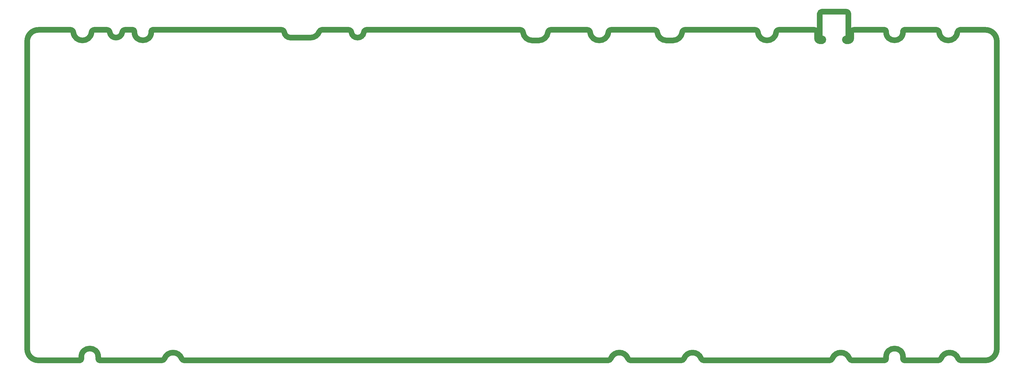
<source format=gbr>
%TF.GenerationSoftware,KiCad,Pcbnew,(5.1.12)-1*%
%TF.CreationDate,2022-11-23T00:37:26+07:00*%
%TF.ProjectId,Solder - Copy,536f6c64-6572-4202-9d20-436f70792e6b,rev?*%
%TF.SameCoordinates,Original*%
%TF.FileFunction,Profile,NP*%
%FSLAX46Y46*%
G04 Gerber Fmt 4.6, Leading zero omitted, Abs format (unit mm)*
G04 Created by KiCad (PCBNEW (5.1.12)-1) date 2022-11-23 00:37:26*
%MOMM*%
%LPD*%
G01*
G04 APERTURE LIST*
%TA.AperFunction,Profile*%
%ADD10C,2.000000*%
%TD*%
G04 APERTURE END LIST*
D10*
X319651818Y-27237122D02*
G75*
G02*
X319151818Y-27737122I-500000J0D01*
G01*
X318872078Y-27737122D02*
X319151818Y-27737122D01*
X261305099Y-141576939D02*
G75*
G02*
X267387075Y-141576937I3040988J-1146681D01*
G01*
X268322764Y-142224113D02*
X312979408Y-142224112D01*
X261305097Y-141576938D02*
G75*
G02*
X260369408Y-142224112I-935689J352826D01*
G01*
X268322764Y-142224113D02*
G75*
G02*
X267387075Y-141576937I1J1000001D01*
G01*
X260369408Y-142224112D02*
X242359460Y-142224112D01*
X293991233Y-25622536D02*
G75*
G02*
X294984297Y-24740112I993064J-117576D01*
G01*
X62005465Y-25586358D02*
G75*
G02*
X57558969Y-25586360I-2223248J345945D01*
G01*
X51102773Y-25622536D02*
G75*
G02*
X52095837Y-24740112I993064J-117576D01*
G01*
X308495037Y-27737122D02*
X308495037Y-25740112D01*
X131886611Y-25387226D02*
G75*
G02*
X128846033Y-27490113I-3040578J1146752D01*
G01*
X121693287Y-27490414D02*
G75*
G02*
X119470040Y-25586360I-1J2250000D01*
G01*
X203197465Y-24740112D02*
G75*
G02*
X204190529Y-25622536I0J-1000000D01*
G01*
X131886610Y-25387226D02*
G75*
G02*
X132822276Y-24740112I935666J-352886D01*
G01*
X213029693Y-25622536D02*
G75*
G02*
X209802235Y-28490413I-3227458J382123D01*
G01*
X257427535Y-28490413D02*
X255043287Y-28490414D01*
X320655036Y-27737122D02*
G75*
G02*
X319655036Y-28737122I-1000000J0D01*
G01*
X56570863Y-24740113D02*
G75*
G02*
X57558969Y-25586360I-2J-999999D01*
G01*
X227011696Y-24740113D02*
G75*
G02*
X228004759Y-25622536I0J-999999D01*
G01*
X207417987Y-28490413D02*
G75*
G02*
X204190529Y-25622536I0J3250000D01*
G01*
X51102775Y-25622535D02*
G75*
G02*
X44647865Y-25622600I-3227459J382123D01*
G01*
X209802235Y-28490413D02*
X207417987Y-28490414D01*
X147726282Y-25588649D02*
G75*
G02*
X143288150Y-25588650I-2219066J340028D01*
G01*
X142299688Y-24740112D02*
G75*
G02*
X143288150Y-25588650I-1J-1000000D01*
G01*
X260654992Y-25622536D02*
G75*
G02*
X261648056Y-24740112I993064J-117576D01*
G01*
X359223598Y-24741309D02*
X368282037Y-24740113D01*
X118481933Y-24740112D02*
G75*
G02*
X119470040Y-25586360I-2J-1000000D01*
G01*
X293991234Y-25622536D02*
G75*
G02*
X287536318Y-25622536I-3227458J382123D01*
G01*
X128846033Y-27490113D02*
X121693285Y-27490414D01*
X28282038Y-28829112D02*
X28282038Y-138224112D01*
X372282038Y-138224112D02*
X372282037Y-28740112D01*
X234459674Y-25622536D02*
G75*
G02*
X235452738Y-24740112I993064J-117576D01*
G01*
X368282037Y-24740113D02*
G75*
G02*
X372282037Y-28740112I247J-3999753D01*
G01*
X250822765Y-24740112D02*
X235452738Y-24740112D01*
X56570861Y-24740113D02*
X52095837Y-24740112D01*
X358283565Y-25622378D02*
G75*
G02*
X359223598Y-24741309I993069J-117523D01*
G01*
X286543254Y-24740112D02*
G75*
G02*
X287536318Y-25622536I0J-1000000D01*
G01*
X286543254Y-24740112D02*
X261648056Y-24740112D01*
X213029692Y-25622536D02*
G75*
G02*
X214022756Y-24740112I993064J-117576D01*
G01*
X260654993Y-25622536D02*
G75*
G02*
X257427535Y-28490413I-3227458J382123D01*
G01*
X358283567Y-25622377D02*
G75*
G02*
X351828627Y-25622539I-3227480J381954D01*
G01*
X43654724Y-24740197D02*
G75*
G02*
X44647865Y-25622600I81J-999998D01*
G01*
X43654723Y-24740196D02*
X32371028Y-24741112D01*
X147726283Y-25588649D02*
G75*
G02*
X148714746Y-24740112I988463J-151463D01*
G01*
X234459675Y-25622536D02*
G75*
G02*
X228004759Y-25622536I-3227458J379081D01*
G01*
X350835565Y-24740113D02*
G75*
G02*
X351828627Y-25622539I-1J-999999D01*
G01*
X142299687Y-24740113D02*
X132822276Y-24740112D01*
X321655036Y-24740112D02*
X332505244Y-24740112D01*
X28282038Y-28829112D02*
G75*
G02*
X32371028Y-24741112I4000381J87640D01*
G01*
X339006107Y-141024631D02*
X339006107Y-141724112D01*
X359507764Y-142224113D02*
G75*
G02*
X358572075Y-141576937I1J1000001D01*
G01*
X76988301Y-141576735D02*
G75*
G02*
X83069760Y-141576735I3040730J-1145834D01*
G01*
X32282038Y-142224112D02*
G75*
G02*
X28282038Y-138224112I-271J3999729D01*
G01*
X84005525Y-142224111D02*
X234405824Y-142219229D01*
X313915099Y-141576939D02*
G75*
G02*
X319997075Y-141576937I3040988J-1146681D01*
G01*
X339505245Y-24740112D02*
X350835565Y-24740113D01*
X66306107Y-25462132D02*
X66306107Y-25240112D01*
X307495037Y-24740112D02*
G75*
G02*
X308495037Y-25740112I0J-1000000D01*
G01*
X352490097Y-141576938D02*
G75*
G02*
X351554408Y-142224112I-935689J352826D01*
G01*
X76988302Y-141576735D02*
G75*
G02*
X76052537Y-142224112I-935765J352623D01*
G01*
X72306107Y-25240112D02*
X72306107Y-25462132D01*
X255043287Y-28490413D02*
G75*
G02*
X251815829Y-25622536I0J3250000D01*
G01*
X53481107Y-141024631D02*
X53481107Y-141724112D01*
X333006107Y-141024631D02*
X333006107Y-141724112D01*
X321655036Y-24740112D02*
G75*
G03*
X320655036Y-25740112I0J-1000000D01*
G01*
X333006107Y-141724112D02*
G75*
G02*
X332506107Y-142224112I-500000J0D01*
G01*
X372282038Y-138224112D02*
G75*
G02*
X368282037Y-142224112I-3999749J-251D01*
G01*
X313915097Y-141576938D02*
G75*
G02*
X312979408Y-142224112I-935689J352826D01*
G01*
X72806107Y-24740112D02*
X118481931Y-24740112D01*
X294984297Y-24740112D02*
X307495037Y-24740112D01*
X242359460Y-142224112D02*
G75*
G02*
X241423326Y-141575752I1J1000000D01*
G01*
X84005525Y-142224112D02*
G75*
G02*
X83069760Y-141576735I1J1000000D01*
G01*
X320655036Y-27737122D02*
X320655036Y-25740112D01*
X47481107Y-141024631D02*
X47481107Y-141724113D01*
X148714746Y-24740112D02*
X203197465Y-24740112D01*
X250822765Y-24740112D02*
G75*
G02*
X251815829Y-25622536I0J-1000000D01*
G01*
X320932764Y-142224113D02*
G75*
G02*
X319997075Y-141576937I1J1000001D01*
G01*
X227011696Y-24740113D02*
X214022756Y-24740112D01*
X339506107Y-142224112D02*
X351554408Y-142224112D01*
X333006107Y-141024631D02*
G75*
G02*
X339006107Y-141024631I3000000J0D01*
G01*
X65806107Y-24740112D02*
G75*
G02*
X66306107Y-25240112I0J-500000D01*
G01*
X62005463Y-25586358D02*
G75*
G02*
X62993572Y-24740112I988109J-153754D01*
G01*
X339506107Y-142224112D02*
G75*
G02*
X339006107Y-141724112I0J500000D01*
G01*
X65806107Y-24740112D02*
X62993572Y-24740112D01*
X309495037Y-28737122D02*
G75*
G02*
X308495037Y-27737122I0J1000000D01*
G01*
X47481107Y-141024631D02*
G75*
G02*
X53481107Y-141024631I3000000J0D01*
G01*
X235341377Y-141572020D02*
G75*
G02*
X234405824Y-142219229I-935702J352791D01*
G01*
X359507764Y-142224111D02*
X368282037Y-142224112D01*
X47481107Y-141724113D02*
G75*
G02*
X46981106Y-142224112I-500000J1D01*
G01*
X53981107Y-142224112D02*
X76052537Y-142224112D01*
X352490099Y-141576939D02*
G75*
G02*
X358572075Y-141576937I3040988J-1146681D01*
G01*
X235341376Y-141572020D02*
G75*
G02*
X241423326Y-141575752I3040273J-1146282D01*
G01*
X72306107Y-25462132D02*
G75*
G02*
X66306107Y-25462132I-3000000J0D01*
G01*
X72306106Y-25240111D02*
G75*
G02*
X72806107Y-24740112I500000J-1D01*
G01*
X53981107Y-142224112D02*
G75*
G02*
X53481107Y-141724112I0J500000D01*
G01*
X332506107Y-142224112D02*
X320932764Y-142224112D01*
X332505244Y-24740112D02*
G75*
G02*
X333006106Y-25240110I862J-499999D01*
G01*
X46981106Y-142224112D02*
X32282038Y-142224112D01*
X339006106Y-25240111D02*
G75*
G02*
X339505245Y-24740112I500000J0D01*
G01*
X339006107Y-25462132D02*
G75*
G02*
X333006107Y-25462131I-3000000J1D01*
G01*
X339006106Y-25240111D02*
X339006107Y-25462132D01*
X333006107Y-25462131D02*
X333006106Y-25240110D01*
X309991819Y-27737122D02*
X310272087Y-27737122D01*
X309491818Y-19011113D02*
X309491819Y-27237122D01*
X319651818Y-27237122D02*
X319651818Y-19011112D01*
X318891818Y-18251113D02*
X310251818Y-18251112D01*
X318891729Y-18251113D02*
G75*
G02*
X319651818Y-19011112I-1284J-761373D01*
G01*
X309991819Y-27737122D02*
G75*
G02*
X309491819Y-27237122I0J500000D01*
G01*
X319651818Y-28737122D02*
X318872078Y-28737122D01*
X318872078Y-28737122D02*
G75*
G02*
X318872078Y-27737122I0J500000D01*
G01*
X310272087Y-28737122D02*
X309491819Y-28737122D01*
X309491818Y-19011202D02*
G75*
G02*
X310251818Y-18251112I761374J-1284D01*
G01*
X310272087Y-27737122D02*
G75*
G02*
X310272087Y-28737122I0J-500000D01*
G01*
M02*

</source>
